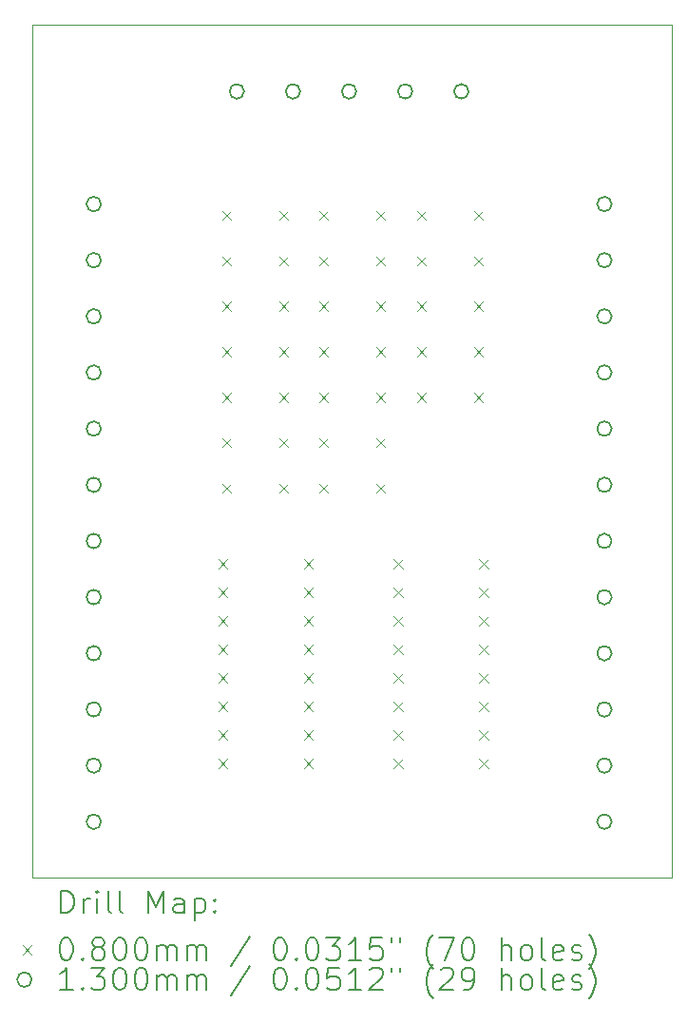
<source format=gbr>
%TF.GenerationSoftware,KiCad,Pcbnew,8.0.9-8.0.9-0~ubuntu24.04.1*%
%TF.CreationDate,2025-03-04T19:24:35+01:00*%
%TF.ProjectId,SNES_CONTROLLER,534e4553-5f43-44f4-9e54-524f4c4c4552,rev?*%
%TF.SameCoordinates,Original*%
%TF.FileFunction,Drillmap*%
%TF.FilePolarity,Positive*%
%FSLAX45Y45*%
G04 Gerber Fmt 4.5, Leading zero omitted, Abs format (unit mm)*
G04 Created by KiCad (PCBNEW 8.0.9-8.0.9-0~ubuntu24.04.1) date 2025-03-04 19:24:35*
%MOMM*%
%LPD*%
G01*
G04 APERTURE LIST*
%ADD10C,0.050000*%
%ADD11C,0.200000*%
%ADD12C,0.100000*%
%ADD13C,0.130000*%
G04 APERTURE END LIST*
D10*
X9800000Y-5850000D02*
X15500000Y-5850000D01*
X9800000Y-13450000D02*
X9800000Y-5850000D01*
X15500000Y-5850000D02*
X15500000Y-13450000D01*
X15500000Y-13450000D02*
X9800000Y-13450000D01*
D11*
D12*
X11461500Y-10612000D02*
X11541500Y-10692000D01*
X11541500Y-10612000D02*
X11461500Y-10692000D01*
X11461500Y-10866000D02*
X11541500Y-10946000D01*
X11541500Y-10866000D02*
X11461500Y-10946000D01*
X11461500Y-11120000D02*
X11541500Y-11200000D01*
X11541500Y-11120000D02*
X11461500Y-11200000D01*
X11461500Y-11374000D02*
X11541500Y-11454000D01*
X11541500Y-11374000D02*
X11461500Y-11454000D01*
X11461500Y-11628000D02*
X11541500Y-11708000D01*
X11541500Y-11628000D02*
X11461500Y-11708000D01*
X11461500Y-11882000D02*
X11541500Y-11962000D01*
X11541500Y-11882000D02*
X11461500Y-11962000D01*
X11461500Y-12136000D02*
X11541500Y-12216000D01*
X11541500Y-12136000D02*
X11461500Y-12216000D01*
X11461500Y-12390000D02*
X11541500Y-12470000D01*
X11541500Y-12390000D02*
X11461500Y-12470000D01*
X11492000Y-7510000D02*
X11572000Y-7590000D01*
X11572000Y-7510000D02*
X11492000Y-7590000D01*
X11492000Y-7915000D02*
X11572000Y-7995000D01*
X11572000Y-7915000D02*
X11492000Y-7995000D01*
X11492000Y-8320000D02*
X11572000Y-8400000D01*
X11572000Y-8320000D02*
X11492000Y-8400000D01*
X11492000Y-8725000D02*
X11572000Y-8805000D01*
X11572000Y-8725000D02*
X11492000Y-8805000D01*
X11492000Y-9130000D02*
X11572000Y-9210000D01*
X11572000Y-9130000D02*
X11492000Y-9210000D01*
X11492000Y-9535000D02*
X11572000Y-9615000D01*
X11572000Y-9535000D02*
X11492000Y-9615000D01*
X11492000Y-9940000D02*
X11572000Y-10020000D01*
X11572000Y-9940000D02*
X11492000Y-10020000D01*
X12000000Y-7510000D02*
X12080000Y-7590000D01*
X12080000Y-7510000D02*
X12000000Y-7590000D01*
X12000000Y-7915000D02*
X12080000Y-7995000D01*
X12080000Y-7915000D02*
X12000000Y-7995000D01*
X12000000Y-8320000D02*
X12080000Y-8400000D01*
X12080000Y-8320000D02*
X12000000Y-8400000D01*
X12000000Y-8725000D02*
X12080000Y-8805000D01*
X12080000Y-8725000D02*
X12000000Y-8805000D01*
X12000000Y-9130000D02*
X12080000Y-9210000D01*
X12080000Y-9130000D02*
X12000000Y-9210000D01*
X12000000Y-9535000D02*
X12080000Y-9615000D01*
X12080000Y-9535000D02*
X12000000Y-9615000D01*
X12000000Y-9940000D02*
X12080000Y-10020000D01*
X12080000Y-9940000D02*
X12000000Y-10020000D01*
X12223500Y-10612000D02*
X12303500Y-10692000D01*
X12303500Y-10612000D02*
X12223500Y-10692000D01*
X12223500Y-10866000D02*
X12303500Y-10946000D01*
X12303500Y-10866000D02*
X12223500Y-10946000D01*
X12223500Y-11120000D02*
X12303500Y-11200000D01*
X12303500Y-11120000D02*
X12223500Y-11200000D01*
X12223500Y-11374000D02*
X12303500Y-11454000D01*
X12303500Y-11374000D02*
X12223500Y-11454000D01*
X12223500Y-11628000D02*
X12303500Y-11708000D01*
X12303500Y-11628000D02*
X12223500Y-11708000D01*
X12223500Y-11882000D02*
X12303500Y-11962000D01*
X12303500Y-11882000D02*
X12223500Y-11962000D01*
X12223500Y-12136000D02*
X12303500Y-12216000D01*
X12303500Y-12136000D02*
X12223500Y-12216000D01*
X12223500Y-12390000D02*
X12303500Y-12470000D01*
X12303500Y-12390000D02*
X12223500Y-12470000D01*
X12360000Y-7510000D02*
X12440000Y-7590000D01*
X12440000Y-7510000D02*
X12360000Y-7590000D01*
X12360000Y-7915000D02*
X12440000Y-7995000D01*
X12440000Y-7915000D02*
X12360000Y-7995000D01*
X12360000Y-8320000D02*
X12440000Y-8400000D01*
X12440000Y-8320000D02*
X12360000Y-8400000D01*
X12360000Y-8725000D02*
X12440000Y-8805000D01*
X12440000Y-8725000D02*
X12360000Y-8805000D01*
X12360000Y-9130000D02*
X12440000Y-9210000D01*
X12440000Y-9130000D02*
X12360000Y-9210000D01*
X12360000Y-9535000D02*
X12440000Y-9615000D01*
X12440000Y-9535000D02*
X12360000Y-9615000D01*
X12360000Y-9940000D02*
X12440000Y-10020000D01*
X12440000Y-9940000D02*
X12360000Y-10020000D01*
X12868000Y-7510000D02*
X12948000Y-7590000D01*
X12948000Y-7510000D02*
X12868000Y-7590000D01*
X12868000Y-7915000D02*
X12948000Y-7995000D01*
X12948000Y-7915000D02*
X12868000Y-7995000D01*
X12868000Y-8320000D02*
X12948000Y-8400000D01*
X12948000Y-8320000D02*
X12868000Y-8400000D01*
X12868000Y-8725000D02*
X12948000Y-8805000D01*
X12948000Y-8725000D02*
X12868000Y-8805000D01*
X12868000Y-9130000D02*
X12948000Y-9210000D01*
X12948000Y-9130000D02*
X12868000Y-9210000D01*
X12868000Y-9535000D02*
X12948000Y-9615000D01*
X12948000Y-9535000D02*
X12868000Y-9615000D01*
X12868000Y-9940000D02*
X12948000Y-10020000D01*
X12948000Y-9940000D02*
X12868000Y-10020000D01*
X13023500Y-10612000D02*
X13103500Y-10692000D01*
X13103500Y-10612000D02*
X13023500Y-10692000D01*
X13023500Y-10866000D02*
X13103500Y-10946000D01*
X13103500Y-10866000D02*
X13023500Y-10946000D01*
X13023500Y-11120000D02*
X13103500Y-11200000D01*
X13103500Y-11120000D02*
X13023500Y-11200000D01*
X13023500Y-11374000D02*
X13103500Y-11454000D01*
X13103500Y-11374000D02*
X13023500Y-11454000D01*
X13023500Y-11628000D02*
X13103500Y-11708000D01*
X13103500Y-11628000D02*
X13023500Y-11708000D01*
X13023500Y-11882000D02*
X13103500Y-11962000D01*
X13103500Y-11882000D02*
X13023500Y-11962000D01*
X13023500Y-12136000D02*
X13103500Y-12216000D01*
X13103500Y-12136000D02*
X13023500Y-12216000D01*
X13023500Y-12390000D02*
X13103500Y-12470000D01*
X13103500Y-12390000D02*
X13023500Y-12470000D01*
X13228000Y-7510000D02*
X13308000Y-7590000D01*
X13308000Y-7510000D02*
X13228000Y-7590000D01*
X13228000Y-7915000D02*
X13308000Y-7995000D01*
X13308000Y-7915000D02*
X13228000Y-7995000D01*
X13228000Y-8320000D02*
X13308000Y-8400000D01*
X13308000Y-8320000D02*
X13228000Y-8400000D01*
X13228000Y-8725000D02*
X13308000Y-8805000D01*
X13308000Y-8725000D02*
X13228000Y-8805000D01*
X13228000Y-9130000D02*
X13308000Y-9210000D01*
X13308000Y-9130000D02*
X13228000Y-9210000D01*
X13736000Y-7510000D02*
X13816000Y-7590000D01*
X13816000Y-7510000D02*
X13736000Y-7590000D01*
X13736000Y-7915000D02*
X13816000Y-7995000D01*
X13816000Y-7915000D02*
X13736000Y-7995000D01*
X13736000Y-8320000D02*
X13816000Y-8400000D01*
X13816000Y-8320000D02*
X13736000Y-8400000D01*
X13736000Y-8725000D02*
X13816000Y-8805000D01*
X13816000Y-8725000D02*
X13736000Y-8805000D01*
X13736000Y-9130000D02*
X13816000Y-9210000D01*
X13816000Y-9130000D02*
X13736000Y-9210000D01*
X13785500Y-10612000D02*
X13865500Y-10692000D01*
X13865500Y-10612000D02*
X13785500Y-10692000D01*
X13785500Y-10866000D02*
X13865500Y-10946000D01*
X13865500Y-10866000D02*
X13785500Y-10946000D01*
X13785500Y-11120000D02*
X13865500Y-11200000D01*
X13865500Y-11120000D02*
X13785500Y-11200000D01*
X13785500Y-11374000D02*
X13865500Y-11454000D01*
X13865500Y-11374000D02*
X13785500Y-11454000D01*
X13785500Y-11628000D02*
X13865500Y-11708000D01*
X13865500Y-11628000D02*
X13785500Y-11708000D01*
X13785500Y-11882000D02*
X13865500Y-11962000D01*
X13865500Y-11882000D02*
X13785500Y-11962000D01*
X13785500Y-12136000D02*
X13865500Y-12216000D01*
X13865500Y-12136000D02*
X13785500Y-12216000D01*
X13785500Y-12390000D02*
X13865500Y-12470000D01*
X13865500Y-12390000D02*
X13785500Y-12470000D01*
D13*
X10415000Y-7450000D02*
G75*
G02*
X10285000Y-7450000I-65000J0D01*
G01*
X10285000Y-7450000D02*
G75*
G02*
X10415000Y-7450000I65000J0D01*
G01*
X10415000Y-7950000D02*
G75*
G02*
X10285000Y-7950000I-65000J0D01*
G01*
X10285000Y-7950000D02*
G75*
G02*
X10415000Y-7950000I65000J0D01*
G01*
X10415000Y-8450000D02*
G75*
G02*
X10285000Y-8450000I-65000J0D01*
G01*
X10285000Y-8450000D02*
G75*
G02*
X10415000Y-8450000I65000J0D01*
G01*
X10415000Y-8950000D02*
G75*
G02*
X10285000Y-8950000I-65000J0D01*
G01*
X10285000Y-8950000D02*
G75*
G02*
X10415000Y-8950000I65000J0D01*
G01*
X10415000Y-9450000D02*
G75*
G02*
X10285000Y-9450000I-65000J0D01*
G01*
X10285000Y-9450000D02*
G75*
G02*
X10415000Y-9450000I65000J0D01*
G01*
X10415000Y-9950000D02*
G75*
G02*
X10285000Y-9950000I-65000J0D01*
G01*
X10285000Y-9950000D02*
G75*
G02*
X10415000Y-9950000I65000J0D01*
G01*
X10415000Y-10450000D02*
G75*
G02*
X10285000Y-10450000I-65000J0D01*
G01*
X10285000Y-10450000D02*
G75*
G02*
X10415000Y-10450000I65000J0D01*
G01*
X10415000Y-10950000D02*
G75*
G02*
X10285000Y-10950000I-65000J0D01*
G01*
X10285000Y-10950000D02*
G75*
G02*
X10415000Y-10950000I65000J0D01*
G01*
X10415000Y-11450000D02*
G75*
G02*
X10285000Y-11450000I-65000J0D01*
G01*
X10285000Y-11450000D02*
G75*
G02*
X10415000Y-11450000I65000J0D01*
G01*
X10415000Y-11950000D02*
G75*
G02*
X10285000Y-11950000I-65000J0D01*
G01*
X10285000Y-11950000D02*
G75*
G02*
X10415000Y-11950000I65000J0D01*
G01*
X10415000Y-12450000D02*
G75*
G02*
X10285000Y-12450000I-65000J0D01*
G01*
X10285000Y-12450000D02*
G75*
G02*
X10415000Y-12450000I65000J0D01*
G01*
X10415000Y-12950000D02*
G75*
G02*
X10285000Y-12950000I-65000J0D01*
G01*
X10285000Y-12950000D02*
G75*
G02*
X10415000Y-12950000I65000J0D01*
G01*
X11690000Y-6446750D02*
G75*
G02*
X11560000Y-6446750I-65000J0D01*
G01*
X11560000Y-6446750D02*
G75*
G02*
X11690000Y-6446750I65000J0D01*
G01*
X12190000Y-6446750D02*
G75*
G02*
X12060000Y-6446750I-65000J0D01*
G01*
X12060000Y-6446750D02*
G75*
G02*
X12190000Y-6446750I65000J0D01*
G01*
X12690000Y-6446750D02*
G75*
G02*
X12560000Y-6446750I-65000J0D01*
G01*
X12560000Y-6446750D02*
G75*
G02*
X12690000Y-6446750I65000J0D01*
G01*
X13190000Y-6446750D02*
G75*
G02*
X13060000Y-6446750I-65000J0D01*
G01*
X13060000Y-6446750D02*
G75*
G02*
X13190000Y-6446750I65000J0D01*
G01*
X13690000Y-6446750D02*
G75*
G02*
X13560000Y-6446750I-65000J0D01*
G01*
X13560000Y-6446750D02*
G75*
G02*
X13690000Y-6446750I65000J0D01*
G01*
X14965000Y-7450000D02*
G75*
G02*
X14835000Y-7450000I-65000J0D01*
G01*
X14835000Y-7450000D02*
G75*
G02*
X14965000Y-7450000I65000J0D01*
G01*
X14965000Y-7950000D02*
G75*
G02*
X14835000Y-7950000I-65000J0D01*
G01*
X14835000Y-7950000D02*
G75*
G02*
X14965000Y-7950000I65000J0D01*
G01*
X14965000Y-8450000D02*
G75*
G02*
X14835000Y-8450000I-65000J0D01*
G01*
X14835000Y-8450000D02*
G75*
G02*
X14965000Y-8450000I65000J0D01*
G01*
X14965000Y-8950000D02*
G75*
G02*
X14835000Y-8950000I-65000J0D01*
G01*
X14835000Y-8950000D02*
G75*
G02*
X14965000Y-8950000I65000J0D01*
G01*
X14965000Y-9450000D02*
G75*
G02*
X14835000Y-9450000I-65000J0D01*
G01*
X14835000Y-9450000D02*
G75*
G02*
X14965000Y-9450000I65000J0D01*
G01*
X14965000Y-9950000D02*
G75*
G02*
X14835000Y-9950000I-65000J0D01*
G01*
X14835000Y-9950000D02*
G75*
G02*
X14965000Y-9950000I65000J0D01*
G01*
X14965000Y-10450000D02*
G75*
G02*
X14835000Y-10450000I-65000J0D01*
G01*
X14835000Y-10450000D02*
G75*
G02*
X14965000Y-10450000I65000J0D01*
G01*
X14965000Y-10950000D02*
G75*
G02*
X14835000Y-10950000I-65000J0D01*
G01*
X14835000Y-10950000D02*
G75*
G02*
X14965000Y-10950000I65000J0D01*
G01*
X14965000Y-11450000D02*
G75*
G02*
X14835000Y-11450000I-65000J0D01*
G01*
X14835000Y-11450000D02*
G75*
G02*
X14965000Y-11450000I65000J0D01*
G01*
X14965000Y-11950000D02*
G75*
G02*
X14835000Y-11950000I-65000J0D01*
G01*
X14835000Y-11950000D02*
G75*
G02*
X14965000Y-11950000I65000J0D01*
G01*
X14965000Y-12450000D02*
G75*
G02*
X14835000Y-12450000I-65000J0D01*
G01*
X14835000Y-12450000D02*
G75*
G02*
X14965000Y-12450000I65000J0D01*
G01*
X14965000Y-12950000D02*
G75*
G02*
X14835000Y-12950000I-65000J0D01*
G01*
X14835000Y-12950000D02*
G75*
G02*
X14965000Y-12950000I65000J0D01*
G01*
D11*
X10058277Y-13763984D02*
X10058277Y-13563984D01*
X10058277Y-13563984D02*
X10105896Y-13563984D01*
X10105896Y-13563984D02*
X10134467Y-13573508D01*
X10134467Y-13573508D02*
X10153515Y-13592555D01*
X10153515Y-13592555D02*
X10163039Y-13611603D01*
X10163039Y-13611603D02*
X10172563Y-13649698D01*
X10172563Y-13649698D02*
X10172563Y-13678269D01*
X10172563Y-13678269D02*
X10163039Y-13716365D01*
X10163039Y-13716365D02*
X10153515Y-13735412D01*
X10153515Y-13735412D02*
X10134467Y-13754460D01*
X10134467Y-13754460D02*
X10105896Y-13763984D01*
X10105896Y-13763984D02*
X10058277Y-13763984D01*
X10258277Y-13763984D02*
X10258277Y-13630650D01*
X10258277Y-13668746D02*
X10267801Y-13649698D01*
X10267801Y-13649698D02*
X10277324Y-13640174D01*
X10277324Y-13640174D02*
X10296372Y-13630650D01*
X10296372Y-13630650D02*
X10315420Y-13630650D01*
X10382086Y-13763984D02*
X10382086Y-13630650D01*
X10382086Y-13563984D02*
X10372563Y-13573508D01*
X10372563Y-13573508D02*
X10382086Y-13583031D01*
X10382086Y-13583031D02*
X10391610Y-13573508D01*
X10391610Y-13573508D02*
X10382086Y-13563984D01*
X10382086Y-13563984D02*
X10382086Y-13583031D01*
X10505896Y-13763984D02*
X10486848Y-13754460D01*
X10486848Y-13754460D02*
X10477324Y-13735412D01*
X10477324Y-13735412D02*
X10477324Y-13563984D01*
X10610658Y-13763984D02*
X10591610Y-13754460D01*
X10591610Y-13754460D02*
X10582086Y-13735412D01*
X10582086Y-13735412D02*
X10582086Y-13563984D01*
X10839229Y-13763984D02*
X10839229Y-13563984D01*
X10839229Y-13563984D02*
X10905896Y-13706841D01*
X10905896Y-13706841D02*
X10972563Y-13563984D01*
X10972563Y-13563984D02*
X10972563Y-13763984D01*
X11153515Y-13763984D02*
X11153515Y-13659222D01*
X11153515Y-13659222D02*
X11143991Y-13640174D01*
X11143991Y-13640174D02*
X11124944Y-13630650D01*
X11124944Y-13630650D02*
X11086848Y-13630650D01*
X11086848Y-13630650D02*
X11067801Y-13640174D01*
X11153515Y-13754460D02*
X11134467Y-13763984D01*
X11134467Y-13763984D02*
X11086848Y-13763984D01*
X11086848Y-13763984D02*
X11067801Y-13754460D01*
X11067801Y-13754460D02*
X11058277Y-13735412D01*
X11058277Y-13735412D02*
X11058277Y-13716365D01*
X11058277Y-13716365D02*
X11067801Y-13697317D01*
X11067801Y-13697317D02*
X11086848Y-13687793D01*
X11086848Y-13687793D02*
X11134467Y-13687793D01*
X11134467Y-13687793D02*
X11153515Y-13678269D01*
X11248753Y-13630650D02*
X11248753Y-13830650D01*
X11248753Y-13640174D02*
X11267801Y-13630650D01*
X11267801Y-13630650D02*
X11305896Y-13630650D01*
X11305896Y-13630650D02*
X11324943Y-13640174D01*
X11324943Y-13640174D02*
X11334467Y-13649698D01*
X11334467Y-13649698D02*
X11343991Y-13668746D01*
X11343991Y-13668746D02*
X11343991Y-13725888D01*
X11343991Y-13725888D02*
X11334467Y-13744936D01*
X11334467Y-13744936D02*
X11324943Y-13754460D01*
X11324943Y-13754460D02*
X11305896Y-13763984D01*
X11305896Y-13763984D02*
X11267801Y-13763984D01*
X11267801Y-13763984D02*
X11248753Y-13754460D01*
X11429705Y-13744936D02*
X11439229Y-13754460D01*
X11439229Y-13754460D02*
X11429705Y-13763984D01*
X11429705Y-13763984D02*
X11420182Y-13754460D01*
X11420182Y-13754460D02*
X11429705Y-13744936D01*
X11429705Y-13744936D02*
X11429705Y-13763984D01*
X11429705Y-13640174D02*
X11439229Y-13649698D01*
X11439229Y-13649698D02*
X11429705Y-13659222D01*
X11429705Y-13659222D02*
X11420182Y-13649698D01*
X11420182Y-13649698D02*
X11429705Y-13640174D01*
X11429705Y-13640174D02*
X11429705Y-13659222D01*
D12*
X9717500Y-14052500D02*
X9797500Y-14132500D01*
X9797500Y-14052500D02*
X9717500Y-14132500D01*
D11*
X10096372Y-13983984D02*
X10115420Y-13983984D01*
X10115420Y-13983984D02*
X10134467Y-13993508D01*
X10134467Y-13993508D02*
X10143991Y-14003031D01*
X10143991Y-14003031D02*
X10153515Y-14022079D01*
X10153515Y-14022079D02*
X10163039Y-14060174D01*
X10163039Y-14060174D02*
X10163039Y-14107793D01*
X10163039Y-14107793D02*
X10153515Y-14145888D01*
X10153515Y-14145888D02*
X10143991Y-14164936D01*
X10143991Y-14164936D02*
X10134467Y-14174460D01*
X10134467Y-14174460D02*
X10115420Y-14183984D01*
X10115420Y-14183984D02*
X10096372Y-14183984D01*
X10096372Y-14183984D02*
X10077324Y-14174460D01*
X10077324Y-14174460D02*
X10067801Y-14164936D01*
X10067801Y-14164936D02*
X10058277Y-14145888D01*
X10058277Y-14145888D02*
X10048753Y-14107793D01*
X10048753Y-14107793D02*
X10048753Y-14060174D01*
X10048753Y-14060174D02*
X10058277Y-14022079D01*
X10058277Y-14022079D02*
X10067801Y-14003031D01*
X10067801Y-14003031D02*
X10077324Y-13993508D01*
X10077324Y-13993508D02*
X10096372Y-13983984D01*
X10248753Y-14164936D02*
X10258277Y-14174460D01*
X10258277Y-14174460D02*
X10248753Y-14183984D01*
X10248753Y-14183984D02*
X10239229Y-14174460D01*
X10239229Y-14174460D02*
X10248753Y-14164936D01*
X10248753Y-14164936D02*
X10248753Y-14183984D01*
X10372563Y-14069698D02*
X10353515Y-14060174D01*
X10353515Y-14060174D02*
X10343991Y-14050650D01*
X10343991Y-14050650D02*
X10334467Y-14031603D01*
X10334467Y-14031603D02*
X10334467Y-14022079D01*
X10334467Y-14022079D02*
X10343991Y-14003031D01*
X10343991Y-14003031D02*
X10353515Y-13993508D01*
X10353515Y-13993508D02*
X10372563Y-13983984D01*
X10372563Y-13983984D02*
X10410658Y-13983984D01*
X10410658Y-13983984D02*
X10429705Y-13993508D01*
X10429705Y-13993508D02*
X10439229Y-14003031D01*
X10439229Y-14003031D02*
X10448753Y-14022079D01*
X10448753Y-14022079D02*
X10448753Y-14031603D01*
X10448753Y-14031603D02*
X10439229Y-14050650D01*
X10439229Y-14050650D02*
X10429705Y-14060174D01*
X10429705Y-14060174D02*
X10410658Y-14069698D01*
X10410658Y-14069698D02*
X10372563Y-14069698D01*
X10372563Y-14069698D02*
X10353515Y-14079222D01*
X10353515Y-14079222D02*
X10343991Y-14088746D01*
X10343991Y-14088746D02*
X10334467Y-14107793D01*
X10334467Y-14107793D02*
X10334467Y-14145888D01*
X10334467Y-14145888D02*
X10343991Y-14164936D01*
X10343991Y-14164936D02*
X10353515Y-14174460D01*
X10353515Y-14174460D02*
X10372563Y-14183984D01*
X10372563Y-14183984D02*
X10410658Y-14183984D01*
X10410658Y-14183984D02*
X10429705Y-14174460D01*
X10429705Y-14174460D02*
X10439229Y-14164936D01*
X10439229Y-14164936D02*
X10448753Y-14145888D01*
X10448753Y-14145888D02*
X10448753Y-14107793D01*
X10448753Y-14107793D02*
X10439229Y-14088746D01*
X10439229Y-14088746D02*
X10429705Y-14079222D01*
X10429705Y-14079222D02*
X10410658Y-14069698D01*
X10572563Y-13983984D02*
X10591610Y-13983984D01*
X10591610Y-13983984D02*
X10610658Y-13993508D01*
X10610658Y-13993508D02*
X10620182Y-14003031D01*
X10620182Y-14003031D02*
X10629705Y-14022079D01*
X10629705Y-14022079D02*
X10639229Y-14060174D01*
X10639229Y-14060174D02*
X10639229Y-14107793D01*
X10639229Y-14107793D02*
X10629705Y-14145888D01*
X10629705Y-14145888D02*
X10620182Y-14164936D01*
X10620182Y-14164936D02*
X10610658Y-14174460D01*
X10610658Y-14174460D02*
X10591610Y-14183984D01*
X10591610Y-14183984D02*
X10572563Y-14183984D01*
X10572563Y-14183984D02*
X10553515Y-14174460D01*
X10553515Y-14174460D02*
X10543991Y-14164936D01*
X10543991Y-14164936D02*
X10534467Y-14145888D01*
X10534467Y-14145888D02*
X10524944Y-14107793D01*
X10524944Y-14107793D02*
X10524944Y-14060174D01*
X10524944Y-14060174D02*
X10534467Y-14022079D01*
X10534467Y-14022079D02*
X10543991Y-14003031D01*
X10543991Y-14003031D02*
X10553515Y-13993508D01*
X10553515Y-13993508D02*
X10572563Y-13983984D01*
X10763039Y-13983984D02*
X10782086Y-13983984D01*
X10782086Y-13983984D02*
X10801134Y-13993508D01*
X10801134Y-13993508D02*
X10810658Y-14003031D01*
X10810658Y-14003031D02*
X10820182Y-14022079D01*
X10820182Y-14022079D02*
X10829705Y-14060174D01*
X10829705Y-14060174D02*
X10829705Y-14107793D01*
X10829705Y-14107793D02*
X10820182Y-14145888D01*
X10820182Y-14145888D02*
X10810658Y-14164936D01*
X10810658Y-14164936D02*
X10801134Y-14174460D01*
X10801134Y-14174460D02*
X10782086Y-14183984D01*
X10782086Y-14183984D02*
X10763039Y-14183984D01*
X10763039Y-14183984D02*
X10743991Y-14174460D01*
X10743991Y-14174460D02*
X10734467Y-14164936D01*
X10734467Y-14164936D02*
X10724944Y-14145888D01*
X10724944Y-14145888D02*
X10715420Y-14107793D01*
X10715420Y-14107793D02*
X10715420Y-14060174D01*
X10715420Y-14060174D02*
X10724944Y-14022079D01*
X10724944Y-14022079D02*
X10734467Y-14003031D01*
X10734467Y-14003031D02*
X10743991Y-13993508D01*
X10743991Y-13993508D02*
X10763039Y-13983984D01*
X10915420Y-14183984D02*
X10915420Y-14050650D01*
X10915420Y-14069698D02*
X10924944Y-14060174D01*
X10924944Y-14060174D02*
X10943991Y-14050650D01*
X10943991Y-14050650D02*
X10972563Y-14050650D01*
X10972563Y-14050650D02*
X10991610Y-14060174D01*
X10991610Y-14060174D02*
X11001134Y-14079222D01*
X11001134Y-14079222D02*
X11001134Y-14183984D01*
X11001134Y-14079222D02*
X11010658Y-14060174D01*
X11010658Y-14060174D02*
X11029705Y-14050650D01*
X11029705Y-14050650D02*
X11058277Y-14050650D01*
X11058277Y-14050650D02*
X11077325Y-14060174D01*
X11077325Y-14060174D02*
X11086848Y-14079222D01*
X11086848Y-14079222D02*
X11086848Y-14183984D01*
X11182086Y-14183984D02*
X11182086Y-14050650D01*
X11182086Y-14069698D02*
X11191610Y-14060174D01*
X11191610Y-14060174D02*
X11210658Y-14050650D01*
X11210658Y-14050650D02*
X11239229Y-14050650D01*
X11239229Y-14050650D02*
X11258277Y-14060174D01*
X11258277Y-14060174D02*
X11267801Y-14079222D01*
X11267801Y-14079222D02*
X11267801Y-14183984D01*
X11267801Y-14079222D02*
X11277324Y-14060174D01*
X11277324Y-14060174D02*
X11296372Y-14050650D01*
X11296372Y-14050650D02*
X11324943Y-14050650D01*
X11324943Y-14050650D02*
X11343991Y-14060174D01*
X11343991Y-14060174D02*
X11353515Y-14079222D01*
X11353515Y-14079222D02*
X11353515Y-14183984D01*
X11743991Y-13974460D02*
X11572563Y-14231603D01*
X12001134Y-13983984D02*
X12020182Y-13983984D01*
X12020182Y-13983984D02*
X12039229Y-13993508D01*
X12039229Y-13993508D02*
X12048753Y-14003031D01*
X12048753Y-14003031D02*
X12058277Y-14022079D01*
X12058277Y-14022079D02*
X12067801Y-14060174D01*
X12067801Y-14060174D02*
X12067801Y-14107793D01*
X12067801Y-14107793D02*
X12058277Y-14145888D01*
X12058277Y-14145888D02*
X12048753Y-14164936D01*
X12048753Y-14164936D02*
X12039229Y-14174460D01*
X12039229Y-14174460D02*
X12020182Y-14183984D01*
X12020182Y-14183984D02*
X12001134Y-14183984D01*
X12001134Y-14183984D02*
X11982086Y-14174460D01*
X11982086Y-14174460D02*
X11972563Y-14164936D01*
X11972563Y-14164936D02*
X11963039Y-14145888D01*
X11963039Y-14145888D02*
X11953515Y-14107793D01*
X11953515Y-14107793D02*
X11953515Y-14060174D01*
X11953515Y-14060174D02*
X11963039Y-14022079D01*
X11963039Y-14022079D02*
X11972563Y-14003031D01*
X11972563Y-14003031D02*
X11982086Y-13993508D01*
X11982086Y-13993508D02*
X12001134Y-13983984D01*
X12153515Y-14164936D02*
X12163039Y-14174460D01*
X12163039Y-14174460D02*
X12153515Y-14183984D01*
X12153515Y-14183984D02*
X12143991Y-14174460D01*
X12143991Y-14174460D02*
X12153515Y-14164936D01*
X12153515Y-14164936D02*
X12153515Y-14183984D01*
X12286848Y-13983984D02*
X12305896Y-13983984D01*
X12305896Y-13983984D02*
X12324944Y-13993508D01*
X12324944Y-13993508D02*
X12334467Y-14003031D01*
X12334467Y-14003031D02*
X12343991Y-14022079D01*
X12343991Y-14022079D02*
X12353515Y-14060174D01*
X12353515Y-14060174D02*
X12353515Y-14107793D01*
X12353515Y-14107793D02*
X12343991Y-14145888D01*
X12343991Y-14145888D02*
X12334467Y-14164936D01*
X12334467Y-14164936D02*
X12324944Y-14174460D01*
X12324944Y-14174460D02*
X12305896Y-14183984D01*
X12305896Y-14183984D02*
X12286848Y-14183984D01*
X12286848Y-14183984D02*
X12267801Y-14174460D01*
X12267801Y-14174460D02*
X12258277Y-14164936D01*
X12258277Y-14164936D02*
X12248753Y-14145888D01*
X12248753Y-14145888D02*
X12239229Y-14107793D01*
X12239229Y-14107793D02*
X12239229Y-14060174D01*
X12239229Y-14060174D02*
X12248753Y-14022079D01*
X12248753Y-14022079D02*
X12258277Y-14003031D01*
X12258277Y-14003031D02*
X12267801Y-13993508D01*
X12267801Y-13993508D02*
X12286848Y-13983984D01*
X12420182Y-13983984D02*
X12543991Y-13983984D01*
X12543991Y-13983984D02*
X12477325Y-14060174D01*
X12477325Y-14060174D02*
X12505896Y-14060174D01*
X12505896Y-14060174D02*
X12524944Y-14069698D01*
X12524944Y-14069698D02*
X12534467Y-14079222D01*
X12534467Y-14079222D02*
X12543991Y-14098269D01*
X12543991Y-14098269D02*
X12543991Y-14145888D01*
X12543991Y-14145888D02*
X12534467Y-14164936D01*
X12534467Y-14164936D02*
X12524944Y-14174460D01*
X12524944Y-14174460D02*
X12505896Y-14183984D01*
X12505896Y-14183984D02*
X12448753Y-14183984D01*
X12448753Y-14183984D02*
X12429706Y-14174460D01*
X12429706Y-14174460D02*
X12420182Y-14164936D01*
X12734467Y-14183984D02*
X12620182Y-14183984D01*
X12677325Y-14183984D02*
X12677325Y-13983984D01*
X12677325Y-13983984D02*
X12658277Y-14012555D01*
X12658277Y-14012555D02*
X12639229Y-14031603D01*
X12639229Y-14031603D02*
X12620182Y-14041127D01*
X12915420Y-13983984D02*
X12820182Y-13983984D01*
X12820182Y-13983984D02*
X12810658Y-14079222D01*
X12810658Y-14079222D02*
X12820182Y-14069698D01*
X12820182Y-14069698D02*
X12839229Y-14060174D01*
X12839229Y-14060174D02*
X12886848Y-14060174D01*
X12886848Y-14060174D02*
X12905896Y-14069698D01*
X12905896Y-14069698D02*
X12915420Y-14079222D01*
X12915420Y-14079222D02*
X12924944Y-14098269D01*
X12924944Y-14098269D02*
X12924944Y-14145888D01*
X12924944Y-14145888D02*
X12915420Y-14164936D01*
X12915420Y-14164936D02*
X12905896Y-14174460D01*
X12905896Y-14174460D02*
X12886848Y-14183984D01*
X12886848Y-14183984D02*
X12839229Y-14183984D01*
X12839229Y-14183984D02*
X12820182Y-14174460D01*
X12820182Y-14174460D02*
X12810658Y-14164936D01*
X13001134Y-13983984D02*
X13001134Y-14022079D01*
X13077325Y-13983984D02*
X13077325Y-14022079D01*
X13372563Y-14260174D02*
X13363039Y-14250650D01*
X13363039Y-14250650D02*
X13343991Y-14222079D01*
X13343991Y-14222079D02*
X13334468Y-14203031D01*
X13334468Y-14203031D02*
X13324944Y-14174460D01*
X13324944Y-14174460D02*
X13315420Y-14126841D01*
X13315420Y-14126841D02*
X13315420Y-14088746D01*
X13315420Y-14088746D02*
X13324944Y-14041127D01*
X13324944Y-14041127D02*
X13334468Y-14012555D01*
X13334468Y-14012555D02*
X13343991Y-13993508D01*
X13343991Y-13993508D02*
X13363039Y-13964936D01*
X13363039Y-13964936D02*
X13372563Y-13955412D01*
X13429706Y-13983984D02*
X13563039Y-13983984D01*
X13563039Y-13983984D02*
X13477325Y-14183984D01*
X13677325Y-13983984D02*
X13696372Y-13983984D01*
X13696372Y-13983984D02*
X13715420Y-13993508D01*
X13715420Y-13993508D02*
X13724944Y-14003031D01*
X13724944Y-14003031D02*
X13734468Y-14022079D01*
X13734468Y-14022079D02*
X13743991Y-14060174D01*
X13743991Y-14060174D02*
X13743991Y-14107793D01*
X13743991Y-14107793D02*
X13734468Y-14145888D01*
X13734468Y-14145888D02*
X13724944Y-14164936D01*
X13724944Y-14164936D02*
X13715420Y-14174460D01*
X13715420Y-14174460D02*
X13696372Y-14183984D01*
X13696372Y-14183984D02*
X13677325Y-14183984D01*
X13677325Y-14183984D02*
X13658277Y-14174460D01*
X13658277Y-14174460D02*
X13648753Y-14164936D01*
X13648753Y-14164936D02*
X13639229Y-14145888D01*
X13639229Y-14145888D02*
X13629706Y-14107793D01*
X13629706Y-14107793D02*
X13629706Y-14060174D01*
X13629706Y-14060174D02*
X13639229Y-14022079D01*
X13639229Y-14022079D02*
X13648753Y-14003031D01*
X13648753Y-14003031D02*
X13658277Y-13993508D01*
X13658277Y-13993508D02*
X13677325Y-13983984D01*
X13982087Y-14183984D02*
X13982087Y-13983984D01*
X14067801Y-14183984D02*
X14067801Y-14079222D01*
X14067801Y-14079222D02*
X14058277Y-14060174D01*
X14058277Y-14060174D02*
X14039230Y-14050650D01*
X14039230Y-14050650D02*
X14010658Y-14050650D01*
X14010658Y-14050650D02*
X13991610Y-14060174D01*
X13991610Y-14060174D02*
X13982087Y-14069698D01*
X14191610Y-14183984D02*
X14172563Y-14174460D01*
X14172563Y-14174460D02*
X14163039Y-14164936D01*
X14163039Y-14164936D02*
X14153515Y-14145888D01*
X14153515Y-14145888D02*
X14153515Y-14088746D01*
X14153515Y-14088746D02*
X14163039Y-14069698D01*
X14163039Y-14069698D02*
X14172563Y-14060174D01*
X14172563Y-14060174D02*
X14191610Y-14050650D01*
X14191610Y-14050650D02*
X14220182Y-14050650D01*
X14220182Y-14050650D02*
X14239230Y-14060174D01*
X14239230Y-14060174D02*
X14248753Y-14069698D01*
X14248753Y-14069698D02*
X14258277Y-14088746D01*
X14258277Y-14088746D02*
X14258277Y-14145888D01*
X14258277Y-14145888D02*
X14248753Y-14164936D01*
X14248753Y-14164936D02*
X14239230Y-14174460D01*
X14239230Y-14174460D02*
X14220182Y-14183984D01*
X14220182Y-14183984D02*
X14191610Y-14183984D01*
X14372563Y-14183984D02*
X14353515Y-14174460D01*
X14353515Y-14174460D02*
X14343991Y-14155412D01*
X14343991Y-14155412D02*
X14343991Y-13983984D01*
X14524944Y-14174460D02*
X14505896Y-14183984D01*
X14505896Y-14183984D02*
X14467801Y-14183984D01*
X14467801Y-14183984D02*
X14448753Y-14174460D01*
X14448753Y-14174460D02*
X14439230Y-14155412D01*
X14439230Y-14155412D02*
X14439230Y-14079222D01*
X14439230Y-14079222D02*
X14448753Y-14060174D01*
X14448753Y-14060174D02*
X14467801Y-14050650D01*
X14467801Y-14050650D02*
X14505896Y-14050650D01*
X14505896Y-14050650D02*
X14524944Y-14060174D01*
X14524944Y-14060174D02*
X14534468Y-14079222D01*
X14534468Y-14079222D02*
X14534468Y-14098269D01*
X14534468Y-14098269D02*
X14439230Y-14117317D01*
X14610658Y-14174460D02*
X14629706Y-14183984D01*
X14629706Y-14183984D02*
X14667801Y-14183984D01*
X14667801Y-14183984D02*
X14686849Y-14174460D01*
X14686849Y-14174460D02*
X14696372Y-14155412D01*
X14696372Y-14155412D02*
X14696372Y-14145888D01*
X14696372Y-14145888D02*
X14686849Y-14126841D01*
X14686849Y-14126841D02*
X14667801Y-14117317D01*
X14667801Y-14117317D02*
X14639230Y-14117317D01*
X14639230Y-14117317D02*
X14620182Y-14107793D01*
X14620182Y-14107793D02*
X14610658Y-14088746D01*
X14610658Y-14088746D02*
X14610658Y-14079222D01*
X14610658Y-14079222D02*
X14620182Y-14060174D01*
X14620182Y-14060174D02*
X14639230Y-14050650D01*
X14639230Y-14050650D02*
X14667801Y-14050650D01*
X14667801Y-14050650D02*
X14686849Y-14060174D01*
X14763039Y-14260174D02*
X14772563Y-14250650D01*
X14772563Y-14250650D02*
X14791611Y-14222079D01*
X14791611Y-14222079D02*
X14801134Y-14203031D01*
X14801134Y-14203031D02*
X14810658Y-14174460D01*
X14810658Y-14174460D02*
X14820182Y-14126841D01*
X14820182Y-14126841D02*
X14820182Y-14088746D01*
X14820182Y-14088746D02*
X14810658Y-14041127D01*
X14810658Y-14041127D02*
X14801134Y-14012555D01*
X14801134Y-14012555D02*
X14791611Y-13993508D01*
X14791611Y-13993508D02*
X14772563Y-13964936D01*
X14772563Y-13964936D02*
X14763039Y-13955412D01*
D13*
X9797500Y-14356500D02*
G75*
G02*
X9667500Y-14356500I-65000J0D01*
G01*
X9667500Y-14356500D02*
G75*
G02*
X9797500Y-14356500I65000J0D01*
G01*
D11*
X10163039Y-14447984D02*
X10048753Y-14447984D01*
X10105896Y-14447984D02*
X10105896Y-14247984D01*
X10105896Y-14247984D02*
X10086848Y-14276555D01*
X10086848Y-14276555D02*
X10067801Y-14295603D01*
X10067801Y-14295603D02*
X10048753Y-14305127D01*
X10248753Y-14428936D02*
X10258277Y-14438460D01*
X10258277Y-14438460D02*
X10248753Y-14447984D01*
X10248753Y-14447984D02*
X10239229Y-14438460D01*
X10239229Y-14438460D02*
X10248753Y-14428936D01*
X10248753Y-14428936D02*
X10248753Y-14447984D01*
X10324944Y-14247984D02*
X10448753Y-14247984D01*
X10448753Y-14247984D02*
X10382086Y-14324174D01*
X10382086Y-14324174D02*
X10410658Y-14324174D01*
X10410658Y-14324174D02*
X10429705Y-14333698D01*
X10429705Y-14333698D02*
X10439229Y-14343222D01*
X10439229Y-14343222D02*
X10448753Y-14362269D01*
X10448753Y-14362269D02*
X10448753Y-14409888D01*
X10448753Y-14409888D02*
X10439229Y-14428936D01*
X10439229Y-14428936D02*
X10429705Y-14438460D01*
X10429705Y-14438460D02*
X10410658Y-14447984D01*
X10410658Y-14447984D02*
X10353515Y-14447984D01*
X10353515Y-14447984D02*
X10334467Y-14438460D01*
X10334467Y-14438460D02*
X10324944Y-14428936D01*
X10572563Y-14247984D02*
X10591610Y-14247984D01*
X10591610Y-14247984D02*
X10610658Y-14257508D01*
X10610658Y-14257508D02*
X10620182Y-14267031D01*
X10620182Y-14267031D02*
X10629705Y-14286079D01*
X10629705Y-14286079D02*
X10639229Y-14324174D01*
X10639229Y-14324174D02*
X10639229Y-14371793D01*
X10639229Y-14371793D02*
X10629705Y-14409888D01*
X10629705Y-14409888D02*
X10620182Y-14428936D01*
X10620182Y-14428936D02*
X10610658Y-14438460D01*
X10610658Y-14438460D02*
X10591610Y-14447984D01*
X10591610Y-14447984D02*
X10572563Y-14447984D01*
X10572563Y-14447984D02*
X10553515Y-14438460D01*
X10553515Y-14438460D02*
X10543991Y-14428936D01*
X10543991Y-14428936D02*
X10534467Y-14409888D01*
X10534467Y-14409888D02*
X10524944Y-14371793D01*
X10524944Y-14371793D02*
X10524944Y-14324174D01*
X10524944Y-14324174D02*
X10534467Y-14286079D01*
X10534467Y-14286079D02*
X10543991Y-14267031D01*
X10543991Y-14267031D02*
X10553515Y-14257508D01*
X10553515Y-14257508D02*
X10572563Y-14247984D01*
X10763039Y-14247984D02*
X10782086Y-14247984D01*
X10782086Y-14247984D02*
X10801134Y-14257508D01*
X10801134Y-14257508D02*
X10810658Y-14267031D01*
X10810658Y-14267031D02*
X10820182Y-14286079D01*
X10820182Y-14286079D02*
X10829705Y-14324174D01*
X10829705Y-14324174D02*
X10829705Y-14371793D01*
X10829705Y-14371793D02*
X10820182Y-14409888D01*
X10820182Y-14409888D02*
X10810658Y-14428936D01*
X10810658Y-14428936D02*
X10801134Y-14438460D01*
X10801134Y-14438460D02*
X10782086Y-14447984D01*
X10782086Y-14447984D02*
X10763039Y-14447984D01*
X10763039Y-14447984D02*
X10743991Y-14438460D01*
X10743991Y-14438460D02*
X10734467Y-14428936D01*
X10734467Y-14428936D02*
X10724944Y-14409888D01*
X10724944Y-14409888D02*
X10715420Y-14371793D01*
X10715420Y-14371793D02*
X10715420Y-14324174D01*
X10715420Y-14324174D02*
X10724944Y-14286079D01*
X10724944Y-14286079D02*
X10734467Y-14267031D01*
X10734467Y-14267031D02*
X10743991Y-14257508D01*
X10743991Y-14257508D02*
X10763039Y-14247984D01*
X10915420Y-14447984D02*
X10915420Y-14314650D01*
X10915420Y-14333698D02*
X10924944Y-14324174D01*
X10924944Y-14324174D02*
X10943991Y-14314650D01*
X10943991Y-14314650D02*
X10972563Y-14314650D01*
X10972563Y-14314650D02*
X10991610Y-14324174D01*
X10991610Y-14324174D02*
X11001134Y-14343222D01*
X11001134Y-14343222D02*
X11001134Y-14447984D01*
X11001134Y-14343222D02*
X11010658Y-14324174D01*
X11010658Y-14324174D02*
X11029705Y-14314650D01*
X11029705Y-14314650D02*
X11058277Y-14314650D01*
X11058277Y-14314650D02*
X11077325Y-14324174D01*
X11077325Y-14324174D02*
X11086848Y-14343222D01*
X11086848Y-14343222D02*
X11086848Y-14447984D01*
X11182086Y-14447984D02*
X11182086Y-14314650D01*
X11182086Y-14333698D02*
X11191610Y-14324174D01*
X11191610Y-14324174D02*
X11210658Y-14314650D01*
X11210658Y-14314650D02*
X11239229Y-14314650D01*
X11239229Y-14314650D02*
X11258277Y-14324174D01*
X11258277Y-14324174D02*
X11267801Y-14343222D01*
X11267801Y-14343222D02*
X11267801Y-14447984D01*
X11267801Y-14343222D02*
X11277324Y-14324174D01*
X11277324Y-14324174D02*
X11296372Y-14314650D01*
X11296372Y-14314650D02*
X11324943Y-14314650D01*
X11324943Y-14314650D02*
X11343991Y-14324174D01*
X11343991Y-14324174D02*
X11353515Y-14343222D01*
X11353515Y-14343222D02*
X11353515Y-14447984D01*
X11743991Y-14238460D02*
X11572563Y-14495603D01*
X12001134Y-14247984D02*
X12020182Y-14247984D01*
X12020182Y-14247984D02*
X12039229Y-14257508D01*
X12039229Y-14257508D02*
X12048753Y-14267031D01*
X12048753Y-14267031D02*
X12058277Y-14286079D01*
X12058277Y-14286079D02*
X12067801Y-14324174D01*
X12067801Y-14324174D02*
X12067801Y-14371793D01*
X12067801Y-14371793D02*
X12058277Y-14409888D01*
X12058277Y-14409888D02*
X12048753Y-14428936D01*
X12048753Y-14428936D02*
X12039229Y-14438460D01*
X12039229Y-14438460D02*
X12020182Y-14447984D01*
X12020182Y-14447984D02*
X12001134Y-14447984D01*
X12001134Y-14447984D02*
X11982086Y-14438460D01*
X11982086Y-14438460D02*
X11972563Y-14428936D01*
X11972563Y-14428936D02*
X11963039Y-14409888D01*
X11963039Y-14409888D02*
X11953515Y-14371793D01*
X11953515Y-14371793D02*
X11953515Y-14324174D01*
X11953515Y-14324174D02*
X11963039Y-14286079D01*
X11963039Y-14286079D02*
X11972563Y-14267031D01*
X11972563Y-14267031D02*
X11982086Y-14257508D01*
X11982086Y-14257508D02*
X12001134Y-14247984D01*
X12153515Y-14428936D02*
X12163039Y-14438460D01*
X12163039Y-14438460D02*
X12153515Y-14447984D01*
X12153515Y-14447984D02*
X12143991Y-14438460D01*
X12143991Y-14438460D02*
X12153515Y-14428936D01*
X12153515Y-14428936D02*
X12153515Y-14447984D01*
X12286848Y-14247984D02*
X12305896Y-14247984D01*
X12305896Y-14247984D02*
X12324944Y-14257508D01*
X12324944Y-14257508D02*
X12334467Y-14267031D01*
X12334467Y-14267031D02*
X12343991Y-14286079D01*
X12343991Y-14286079D02*
X12353515Y-14324174D01*
X12353515Y-14324174D02*
X12353515Y-14371793D01*
X12353515Y-14371793D02*
X12343991Y-14409888D01*
X12343991Y-14409888D02*
X12334467Y-14428936D01*
X12334467Y-14428936D02*
X12324944Y-14438460D01*
X12324944Y-14438460D02*
X12305896Y-14447984D01*
X12305896Y-14447984D02*
X12286848Y-14447984D01*
X12286848Y-14447984D02*
X12267801Y-14438460D01*
X12267801Y-14438460D02*
X12258277Y-14428936D01*
X12258277Y-14428936D02*
X12248753Y-14409888D01*
X12248753Y-14409888D02*
X12239229Y-14371793D01*
X12239229Y-14371793D02*
X12239229Y-14324174D01*
X12239229Y-14324174D02*
X12248753Y-14286079D01*
X12248753Y-14286079D02*
X12258277Y-14267031D01*
X12258277Y-14267031D02*
X12267801Y-14257508D01*
X12267801Y-14257508D02*
X12286848Y-14247984D01*
X12534467Y-14247984D02*
X12439229Y-14247984D01*
X12439229Y-14247984D02*
X12429706Y-14343222D01*
X12429706Y-14343222D02*
X12439229Y-14333698D01*
X12439229Y-14333698D02*
X12458277Y-14324174D01*
X12458277Y-14324174D02*
X12505896Y-14324174D01*
X12505896Y-14324174D02*
X12524944Y-14333698D01*
X12524944Y-14333698D02*
X12534467Y-14343222D01*
X12534467Y-14343222D02*
X12543991Y-14362269D01*
X12543991Y-14362269D02*
X12543991Y-14409888D01*
X12543991Y-14409888D02*
X12534467Y-14428936D01*
X12534467Y-14428936D02*
X12524944Y-14438460D01*
X12524944Y-14438460D02*
X12505896Y-14447984D01*
X12505896Y-14447984D02*
X12458277Y-14447984D01*
X12458277Y-14447984D02*
X12439229Y-14438460D01*
X12439229Y-14438460D02*
X12429706Y-14428936D01*
X12734467Y-14447984D02*
X12620182Y-14447984D01*
X12677325Y-14447984D02*
X12677325Y-14247984D01*
X12677325Y-14247984D02*
X12658277Y-14276555D01*
X12658277Y-14276555D02*
X12639229Y-14295603D01*
X12639229Y-14295603D02*
X12620182Y-14305127D01*
X12810658Y-14267031D02*
X12820182Y-14257508D01*
X12820182Y-14257508D02*
X12839229Y-14247984D01*
X12839229Y-14247984D02*
X12886848Y-14247984D01*
X12886848Y-14247984D02*
X12905896Y-14257508D01*
X12905896Y-14257508D02*
X12915420Y-14267031D01*
X12915420Y-14267031D02*
X12924944Y-14286079D01*
X12924944Y-14286079D02*
X12924944Y-14305127D01*
X12924944Y-14305127D02*
X12915420Y-14333698D01*
X12915420Y-14333698D02*
X12801134Y-14447984D01*
X12801134Y-14447984D02*
X12924944Y-14447984D01*
X13001134Y-14247984D02*
X13001134Y-14286079D01*
X13077325Y-14247984D02*
X13077325Y-14286079D01*
X13372563Y-14524174D02*
X13363039Y-14514650D01*
X13363039Y-14514650D02*
X13343991Y-14486079D01*
X13343991Y-14486079D02*
X13334468Y-14467031D01*
X13334468Y-14467031D02*
X13324944Y-14438460D01*
X13324944Y-14438460D02*
X13315420Y-14390841D01*
X13315420Y-14390841D02*
X13315420Y-14352746D01*
X13315420Y-14352746D02*
X13324944Y-14305127D01*
X13324944Y-14305127D02*
X13334468Y-14276555D01*
X13334468Y-14276555D02*
X13343991Y-14257508D01*
X13343991Y-14257508D02*
X13363039Y-14228936D01*
X13363039Y-14228936D02*
X13372563Y-14219412D01*
X13439229Y-14267031D02*
X13448753Y-14257508D01*
X13448753Y-14257508D02*
X13467801Y-14247984D01*
X13467801Y-14247984D02*
X13515420Y-14247984D01*
X13515420Y-14247984D02*
X13534468Y-14257508D01*
X13534468Y-14257508D02*
X13543991Y-14267031D01*
X13543991Y-14267031D02*
X13553515Y-14286079D01*
X13553515Y-14286079D02*
X13553515Y-14305127D01*
X13553515Y-14305127D02*
X13543991Y-14333698D01*
X13543991Y-14333698D02*
X13429706Y-14447984D01*
X13429706Y-14447984D02*
X13553515Y-14447984D01*
X13648753Y-14447984D02*
X13686848Y-14447984D01*
X13686848Y-14447984D02*
X13705896Y-14438460D01*
X13705896Y-14438460D02*
X13715420Y-14428936D01*
X13715420Y-14428936D02*
X13734468Y-14400365D01*
X13734468Y-14400365D02*
X13743991Y-14362269D01*
X13743991Y-14362269D02*
X13743991Y-14286079D01*
X13743991Y-14286079D02*
X13734468Y-14267031D01*
X13734468Y-14267031D02*
X13724944Y-14257508D01*
X13724944Y-14257508D02*
X13705896Y-14247984D01*
X13705896Y-14247984D02*
X13667801Y-14247984D01*
X13667801Y-14247984D02*
X13648753Y-14257508D01*
X13648753Y-14257508D02*
X13639229Y-14267031D01*
X13639229Y-14267031D02*
X13629706Y-14286079D01*
X13629706Y-14286079D02*
X13629706Y-14333698D01*
X13629706Y-14333698D02*
X13639229Y-14352746D01*
X13639229Y-14352746D02*
X13648753Y-14362269D01*
X13648753Y-14362269D02*
X13667801Y-14371793D01*
X13667801Y-14371793D02*
X13705896Y-14371793D01*
X13705896Y-14371793D02*
X13724944Y-14362269D01*
X13724944Y-14362269D02*
X13734468Y-14352746D01*
X13734468Y-14352746D02*
X13743991Y-14333698D01*
X13982087Y-14447984D02*
X13982087Y-14247984D01*
X14067801Y-14447984D02*
X14067801Y-14343222D01*
X14067801Y-14343222D02*
X14058277Y-14324174D01*
X14058277Y-14324174D02*
X14039230Y-14314650D01*
X14039230Y-14314650D02*
X14010658Y-14314650D01*
X14010658Y-14314650D02*
X13991610Y-14324174D01*
X13991610Y-14324174D02*
X13982087Y-14333698D01*
X14191610Y-14447984D02*
X14172563Y-14438460D01*
X14172563Y-14438460D02*
X14163039Y-14428936D01*
X14163039Y-14428936D02*
X14153515Y-14409888D01*
X14153515Y-14409888D02*
X14153515Y-14352746D01*
X14153515Y-14352746D02*
X14163039Y-14333698D01*
X14163039Y-14333698D02*
X14172563Y-14324174D01*
X14172563Y-14324174D02*
X14191610Y-14314650D01*
X14191610Y-14314650D02*
X14220182Y-14314650D01*
X14220182Y-14314650D02*
X14239230Y-14324174D01*
X14239230Y-14324174D02*
X14248753Y-14333698D01*
X14248753Y-14333698D02*
X14258277Y-14352746D01*
X14258277Y-14352746D02*
X14258277Y-14409888D01*
X14258277Y-14409888D02*
X14248753Y-14428936D01*
X14248753Y-14428936D02*
X14239230Y-14438460D01*
X14239230Y-14438460D02*
X14220182Y-14447984D01*
X14220182Y-14447984D02*
X14191610Y-14447984D01*
X14372563Y-14447984D02*
X14353515Y-14438460D01*
X14353515Y-14438460D02*
X14343991Y-14419412D01*
X14343991Y-14419412D02*
X14343991Y-14247984D01*
X14524944Y-14438460D02*
X14505896Y-14447984D01*
X14505896Y-14447984D02*
X14467801Y-14447984D01*
X14467801Y-14447984D02*
X14448753Y-14438460D01*
X14448753Y-14438460D02*
X14439230Y-14419412D01*
X14439230Y-14419412D02*
X14439230Y-14343222D01*
X14439230Y-14343222D02*
X14448753Y-14324174D01*
X14448753Y-14324174D02*
X14467801Y-14314650D01*
X14467801Y-14314650D02*
X14505896Y-14314650D01*
X14505896Y-14314650D02*
X14524944Y-14324174D01*
X14524944Y-14324174D02*
X14534468Y-14343222D01*
X14534468Y-14343222D02*
X14534468Y-14362269D01*
X14534468Y-14362269D02*
X14439230Y-14381317D01*
X14610658Y-14438460D02*
X14629706Y-14447984D01*
X14629706Y-14447984D02*
X14667801Y-14447984D01*
X14667801Y-14447984D02*
X14686849Y-14438460D01*
X14686849Y-14438460D02*
X14696372Y-14419412D01*
X14696372Y-14419412D02*
X14696372Y-14409888D01*
X14696372Y-14409888D02*
X14686849Y-14390841D01*
X14686849Y-14390841D02*
X14667801Y-14381317D01*
X14667801Y-14381317D02*
X14639230Y-14381317D01*
X14639230Y-14381317D02*
X14620182Y-14371793D01*
X14620182Y-14371793D02*
X14610658Y-14352746D01*
X14610658Y-14352746D02*
X14610658Y-14343222D01*
X14610658Y-14343222D02*
X14620182Y-14324174D01*
X14620182Y-14324174D02*
X14639230Y-14314650D01*
X14639230Y-14314650D02*
X14667801Y-14314650D01*
X14667801Y-14314650D02*
X14686849Y-14324174D01*
X14763039Y-14524174D02*
X14772563Y-14514650D01*
X14772563Y-14514650D02*
X14791611Y-14486079D01*
X14791611Y-14486079D02*
X14801134Y-14467031D01*
X14801134Y-14467031D02*
X14810658Y-14438460D01*
X14810658Y-14438460D02*
X14820182Y-14390841D01*
X14820182Y-14390841D02*
X14820182Y-14352746D01*
X14820182Y-14352746D02*
X14810658Y-14305127D01*
X14810658Y-14305127D02*
X14801134Y-14276555D01*
X14801134Y-14276555D02*
X14791611Y-14257508D01*
X14791611Y-14257508D02*
X14772563Y-14228936D01*
X14772563Y-14228936D02*
X14763039Y-14219412D01*
M02*

</source>
